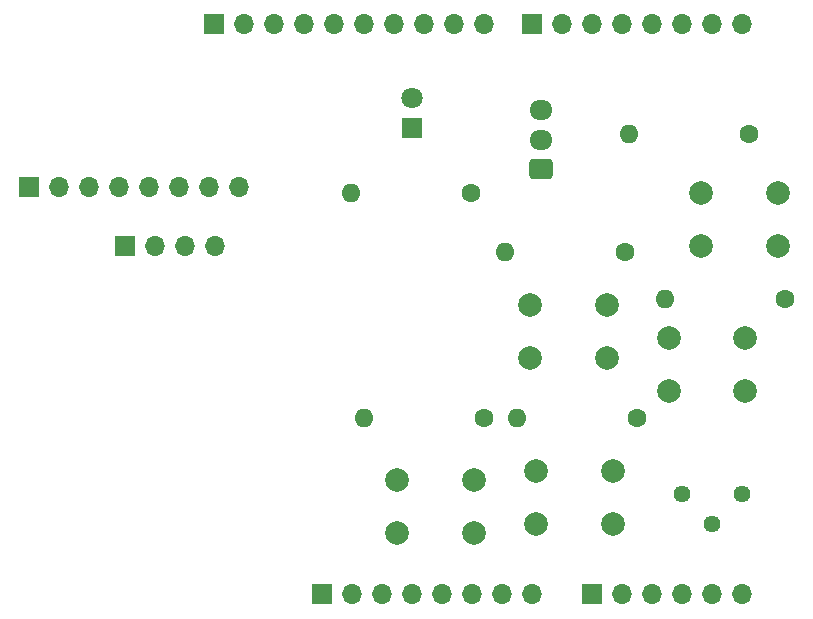
<source format=gbr>
%TF.GenerationSoftware,KiCad,Pcbnew,8.0.8*%
%TF.CreationDate,2025-02-03T17:03:02-07:00*%
%TF.ProjectId,Uno_Shield_ThermoPro,556e6f5f-5368-4696-956c-645f54686572,1.0*%
%TF.SameCoordinates,Original*%
%TF.FileFunction,Soldermask,Top*%
%TF.FilePolarity,Negative*%
%FSLAX46Y46*%
G04 Gerber Fmt 4.6, Leading zero omitted, Abs format (unit mm)*
G04 Created by KiCad (PCBNEW 8.0.8) date 2025-02-03 17:03:02*
%MOMM*%
%LPD*%
G01*
G04 APERTURE LIST*
G04 Aperture macros list*
%AMRoundRect*
0 Rectangle with rounded corners*
0 $1 Rounding radius*
0 $2 $3 $4 $5 $6 $7 $8 $9 X,Y pos of 4 corners*
0 Add a 4 corners polygon primitive as box body*
4,1,4,$2,$3,$4,$5,$6,$7,$8,$9,$2,$3,0*
0 Add four circle primitives for the rounded corners*
1,1,$1+$1,$2,$3*
1,1,$1+$1,$4,$5*
1,1,$1+$1,$6,$7*
1,1,$1+$1,$8,$9*
0 Add four rect primitives between the rounded corners*
20,1,$1+$1,$2,$3,$4,$5,0*
20,1,$1+$1,$4,$5,$6,$7,0*
20,1,$1+$1,$6,$7,$8,$9,0*
20,1,$1+$1,$8,$9,$2,$3,0*%
G04 Aperture macros list end*
%ADD10O,1.700000X1.700000*%
%ADD11R,1.700000X1.700000*%
%ADD12C,2.000000*%
%ADD13C,1.800000*%
%ADD14R,1.800000X1.800000*%
%ADD15O,1.600000X1.600000*%
%ADD16C,1.600000*%
%ADD17O,1.950000X1.700000*%
%ADD18RoundRect,0.250000X0.725000X-0.600000X0.725000X0.600000X-0.725000X0.600000X-0.725000X-0.600000X0*%
%ADD19C,1.440000*%
G04 APERTURE END LIST*
D10*
%TO.C,J1*%
X145720000Y-97460000D03*
X143180000Y-97460000D03*
X140640000Y-97460000D03*
X138100000Y-97460000D03*
X135560000Y-97460000D03*
X133020000Y-97460000D03*
X130480000Y-97460000D03*
D11*
X127940000Y-97460000D03*
%TD*%
D10*
%TO.C,J3*%
X163500000Y-97460000D03*
X160960000Y-97460000D03*
X158420000Y-97460000D03*
X155880000Y-97460000D03*
X153340000Y-97460000D03*
D11*
X150800000Y-97460000D03*
%TD*%
D10*
%TO.C,J2*%
X141656000Y-49200000D03*
X139116000Y-49200000D03*
X136576000Y-49200000D03*
X134036000Y-49200000D03*
X131496000Y-49200000D03*
X128956000Y-49200000D03*
X126416000Y-49200000D03*
X123876000Y-49200000D03*
X121336000Y-49200000D03*
D11*
X118796000Y-49200000D03*
%TD*%
D10*
%TO.C,J4*%
X163500000Y-49200000D03*
X160960000Y-49200000D03*
X158420000Y-49200000D03*
X155880000Y-49200000D03*
X153340000Y-49200000D03*
X150800000Y-49200000D03*
X148260000Y-49200000D03*
D11*
X145720000Y-49200000D03*
%TD*%
D12*
%TO.C,SW4*%
X152500000Y-91500000D03*
X146000000Y-91500000D03*
X152500000Y-87000000D03*
X146000000Y-87000000D03*
%TD*%
D13*
%TO.C,D1*%
X135500000Y-55460000D03*
D14*
X135500000Y-58000000D03*
%TD*%
D12*
%TO.C,SW5*%
X140750000Y-92250000D03*
X134250000Y-92250000D03*
X140750000Y-87750000D03*
X134250000Y-87750000D03*
%TD*%
%TO.C,SW2*%
X163750000Y-80250000D03*
X157250000Y-80250000D03*
X163750000Y-75750000D03*
X157250000Y-75750000D03*
%TD*%
D15*
%TO.C,R4*%
X143420000Y-68500000D03*
D16*
X153580000Y-68500000D03*
%TD*%
D15*
%TO.C,R1*%
X130340000Y-63500000D03*
D16*
X140500000Y-63500000D03*
%TD*%
D12*
%TO.C,SW3*%
X152000000Y-77500000D03*
X145500000Y-77500000D03*
X152000000Y-73000000D03*
X145500000Y-73000000D03*
%TD*%
D10*
%TO.C,J6*%
X118820000Y-68010000D03*
X116280000Y-68010000D03*
X113740000Y-68010000D03*
D11*
X111200000Y-68010000D03*
%TD*%
D12*
%TO.C,SW1*%
X166500000Y-68000000D03*
X160000000Y-68000000D03*
X166500000Y-63500000D03*
X160000000Y-63500000D03*
%TD*%
D15*
%TO.C,R5*%
X144420000Y-82500000D03*
D16*
X154580000Y-82500000D03*
%TD*%
D17*
%TO.C,J7*%
X146475000Y-56500000D03*
X146475000Y-59000000D03*
D18*
X146475000Y-61500000D03*
%TD*%
D15*
%TO.C,R2*%
X153920000Y-58500000D03*
D16*
X164080000Y-58500000D03*
%TD*%
D19*
%TO.C,RV1*%
X163500000Y-89000000D03*
X160960000Y-91540000D03*
X158420000Y-89000000D03*
%TD*%
D10*
%TO.C,J5*%
X120910000Y-62970000D03*
X118370000Y-62970000D03*
X115830000Y-62970000D03*
X113290000Y-62970000D03*
X110750000Y-62970000D03*
X108210000Y-62970000D03*
X105670000Y-62970000D03*
D11*
X103130000Y-62970000D03*
%TD*%
D15*
%TO.C,R6*%
X131420000Y-82500000D03*
D16*
X141580000Y-82500000D03*
%TD*%
D15*
%TO.C,R3*%
X156920000Y-72500000D03*
D16*
X167080000Y-72500000D03*
%TD*%
M02*

</source>
